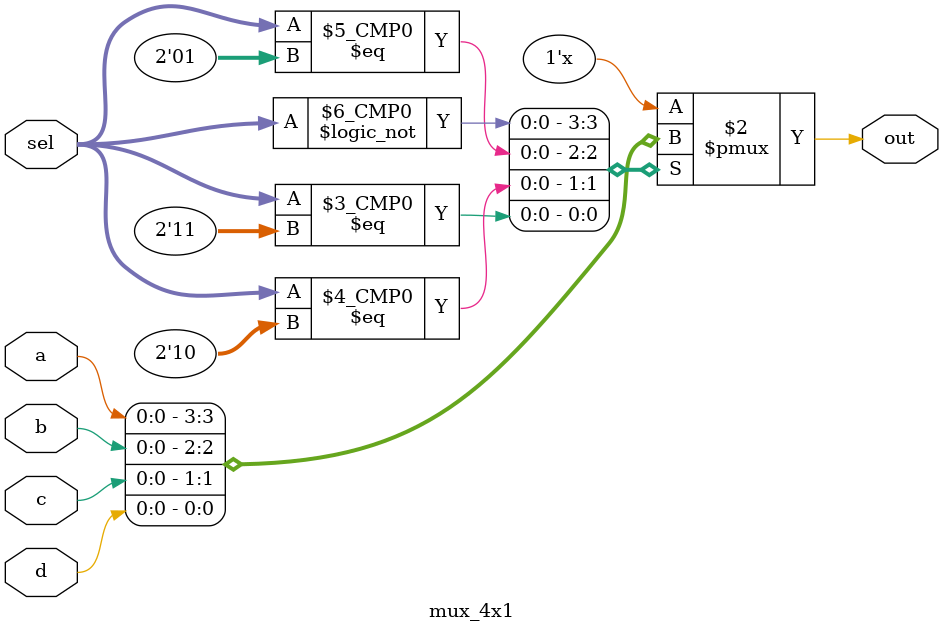
<source format=v>
`timescale 1ns / 1ps

module mux_4x1(a,b,c,d,sel,out);
    input a,b,c,d;
    input [1:0] sel;
    output out;
    reg out;
    
    always@(a or b or c or d or sel)begin
        case(sel)
            2'b00 : out = a;    
            2'b01 : out = b;
            2'b10 : out = c;
            2'b11 : out = d;   
        endcase
    end                     
endmodule

</source>
